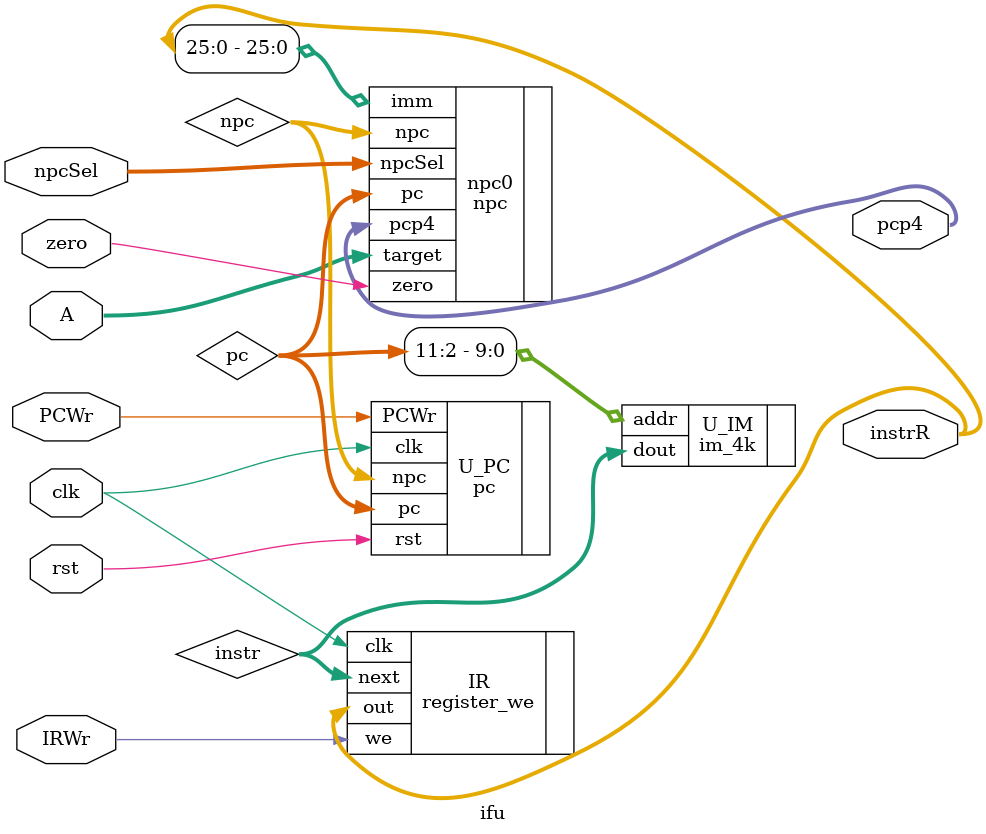
<source format=v>
module ifu(clk, PCWr, IRWr, rst, npcSel, zero, instrR, pcp4, A);
    input clk, PCWr, IRWr, rst, zero;
    input [2:0] npcSel;
    input [31:0] A;
    output [31:0] instrR, pcp4;
    wire [31:0] instr;
    wire [31:2] pc, npc;

    im_4k U_IM(.addr(pc[11:2]), .dout(instr));
    pc U_PC(.npc(npc), .clk(clk), .PCWr(PCWr), .rst(rst), .pc(pc));
    register_we IR(.clk(clk), .next(instr), .we(IRWr), .out(instrR));
    npc npc0(.pc(pc), .imm(instrR[25:0]), .target(A), .npcSel(npcSel), .zero(zero), .npc(npc), .pcp4(pcp4));

    initial $monitor("Instr %8X at %8X", instr, {pc, 2'b00});
endmodule

</source>
